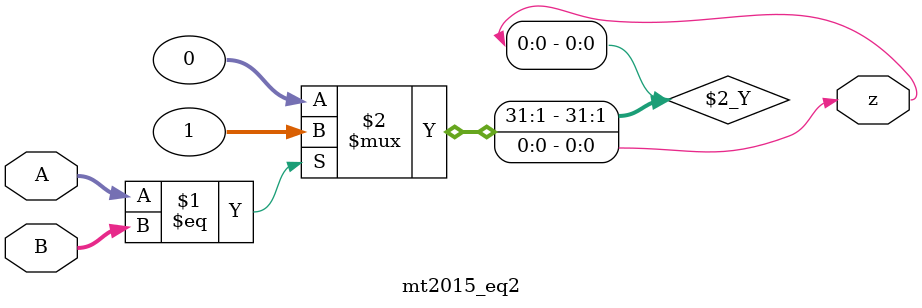
<source format=v>
module mt2015_eq2 ( input [1:0] A, input [1:0] B, output z ); 
    assign z = (A==B)?1:0;

endmodule

</source>
